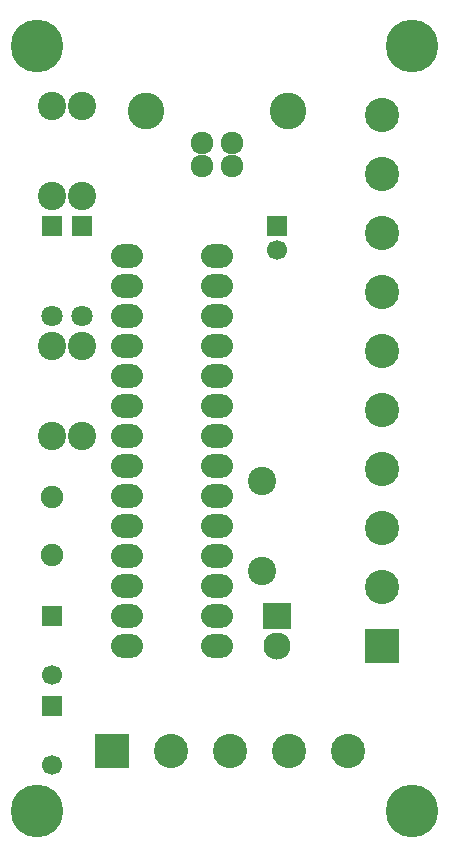
<source format=gts>
G04 #@! TF.FileFunction,Soldermask,Top*
%FSLAX46Y46*%
G04 Gerber Fmt 4.6, Leading zero omitted, Abs format (unit mm)*
G04 Created by KiCad (PCBNEW 4.0.3-stable) date Wednesday, 09 '09e' November '09e' 2016 14:17:41*
%MOMM*%
%LPD*%
G01*
G04 APERTURE LIST*
%ADD10C,0.100000*%
%ADD11R,1.700000X1.700000*%
%ADD12C,1.700000*%
%ADD13R,1.797000X1.797000*%
%ADD14C,1.797000*%
%ADD15O,2.700000X2.000000*%
%ADD16C,1.924000*%
%ADD17C,3.100020*%
%ADD18C,1.901140*%
%ADD19C,2.398980*%
%ADD20C,2.900000*%
%ADD21R,2.900000X2.900000*%
%ADD22C,4.464000*%
%ADD23R,2.400000X2.300000*%
%ADD24C,2.300000*%
G04 APERTURE END LIST*
D10*
D11*
X106680000Y-137160000D03*
D12*
X106680000Y-142160000D03*
D11*
X106680000Y-144780000D03*
D12*
X106680000Y-149780000D03*
D11*
X125730000Y-104140000D03*
D12*
X125730000Y-106140000D03*
D13*
X109220000Y-104140000D03*
D14*
X109220000Y-111760000D03*
D13*
X106680000Y-104140000D03*
D14*
X106680000Y-111760000D03*
D15*
X113030000Y-106680000D03*
X113030000Y-109220000D03*
X113030000Y-111760000D03*
X113030000Y-114300000D03*
X113030000Y-116840000D03*
X113030000Y-119380000D03*
X113030000Y-121920000D03*
X113030000Y-124460000D03*
X113030000Y-127000000D03*
X113030000Y-129540000D03*
X113030000Y-132080000D03*
X113030000Y-134620000D03*
X113030000Y-137160000D03*
X113030000Y-139700000D03*
X120650000Y-139700000D03*
X120650000Y-137160000D03*
X120650000Y-134620000D03*
X120650000Y-132080000D03*
X120650000Y-129540000D03*
X120650000Y-127000000D03*
X120650000Y-124460000D03*
X120650000Y-121920000D03*
X120650000Y-119380000D03*
X120650000Y-116840000D03*
X120650000Y-114300000D03*
X120650000Y-111760000D03*
X120650000Y-109220000D03*
X120650000Y-106680000D03*
D16*
X121920000Y-99060000D03*
X119380000Y-99060000D03*
X119380000Y-97061020D03*
X121920000Y-97061020D03*
D17*
X126649480Y-94361000D03*
X114650520Y-94361000D03*
D18*
X106680000Y-131980940D03*
X106680000Y-127099060D03*
D19*
X106680000Y-114300000D03*
X106680000Y-121920000D03*
X106680000Y-93980000D03*
X106680000Y-101600000D03*
X109220000Y-114300000D03*
X109220000Y-121920000D03*
X109220000Y-93980000D03*
X109220000Y-101600000D03*
D20*
X134620000Y-94700000D03*
X134620000Y-99700000D03*
X134620000Y-104700000D03*
X134620000Y-109700000D03*
X134620000Y-114700000D03*
X134620000Y-119700000D03*
X134620000Y-124700000D03*
X134620000Y-129700000D03*
D21*
X134620000Y-139700000D03*
D20*
X134620000Y-134700000D03*
X131760000Y-148590000D03*
X126760000Y-148590000D03*
X121760000Y-148590000D03*
D21*
X111760000Y-148590000D03*
D20*
X116760000Y-148590000D03*
D22*
X105410000Y-88900000D03*
X137160000Y-88900000D03*
X105410000Y-153670000D03*
X137160000Y-153670000D03*
D23*
X125730000Y-137160000D03*
D24*
X125730000Y-139700000D03*
D19*
X124460000Y-133350000D03*
X124460000Y-125730000D03*
M02*

</source>
